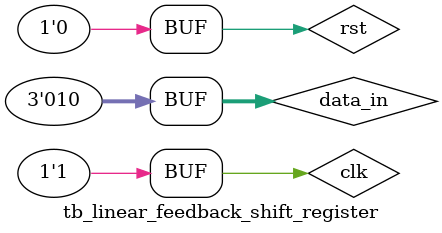
<source format=v>
`timescale 1ns / 1ps


module tb_linear_feedback_shift_register;
reg rst,clk;
reg [2:0]data_in;
wire [2:0]sreg;

initial begin
rst=1'b0;
data_in=3'b010;
#10;
rst=1'b1;
#100;
rst=1'b0;
end
always begin
clk<=1'b0;
#10;
clk<=1'b1;
#10;
end

linear_feedback_shift_register l1(data_in,clk,rst,sreg);
endmodule

</source>
